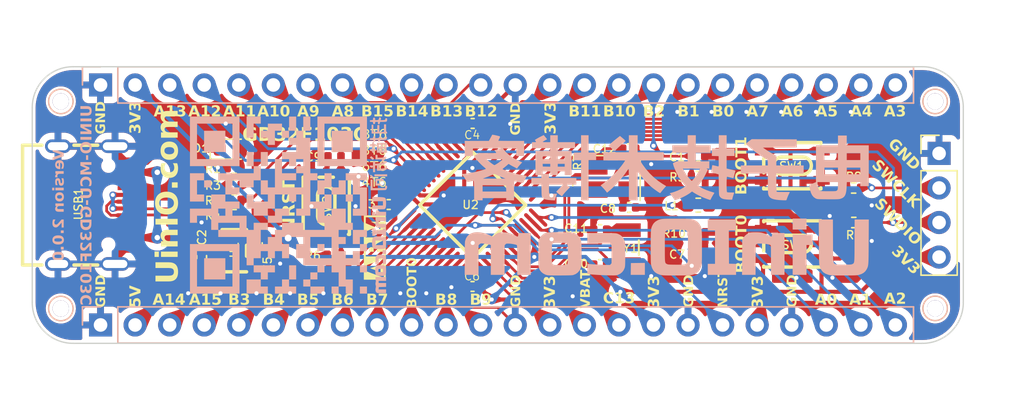
<source format=kicad_pcb>
(kicad_pcb (version 20221018) (generator pcbnew)
  (title_block (title "UINIO-MCU-GD32F103C") (date "2023-06-28") (rev "Version 2.0.0") (company "电子技术博客 UinIO.com"))
  (layers (0 "F.Cu" signal) (31 "B.Cu" signal) (34 "B.Paste" user) (35 "F.Paste" user) (36 "B.SilkS" user "B.Silkscreen") (37 "F.SilkS" user "F.Silkscreen") (38 "B.Mask" user) (39 "F.Mask" user) (44 "Edge.Cuts" user))
  (net 0 "")
  (net 1 "GND")
  (net 2 "/PB2{slash}BOOT1")
  (net 3 "/VDD_5V")
  (net 4 "/VDD_3.3V")
  (net 5 "/BOOT0")
  (net 6 "Net-(C8-Pad2)")
  (net 7 "/NRST")
  (net 8 "Net-(U2-PC14_OSC32_IN)")
  (net 9 "Net-(U2-PC15_OSC32_OUT)")
  (net 10 "Net-(C12-Pad2)")
  (net 11 "Net-(D1-A)")
  (net 12 "/PA13{slash}SWDIO")
  (net 13 "/PA12")
  (net 14 "/PA11")
  (net 15 "/PA10")
  (net 16 "/PA9")
  (net 17 "/PA8")
  (net 18 "/PB15")
  (net 19 "/PB14")
  (net 20 "/PB13")
  (net 21 "/PB12")
  (net 22 "/PB11")
  (net 23 "/PB10")
  (net 24 "/PB1")
  (net 25 "/PB0")
  (net 26 "/PA7")
  (net 27 "/PA6")
  (net 28 "/PA5")
  (net 29 "/PA4")
  (net 30 "/PA3")
  (net 31 "/PA14{slash}SWCLK")
  (net 32 "/PA15")
  (net 33 "/PB3")
  (net 34 "/PB4")
  (net 35 "/PB5")
  (net 36 "/PB6")
  (net 37 "/PB7")
  (net 38 "/PB8")
  (net 39 "/PB9")
  (net 40 "/VBAT")
  (net 41 "/PC13")
  (net 42 "/PA0")
  (net 43 "/PA1")
  (net 44 "/PA2")
  (net 45 "Net-(U2-VSSA)")
  (net 46 "/USB_Data+")
  (net 47 "/USB_Data-")
  (net 48 "Net-(U2-PD0_OSC_IN)")
  (net 49 "Net-(U2-PD1_OSC_OUT)")
  (footprint "Resistor_SMD:R_0402_1005Metric" (layer "F.Cu") (at 132.14906 97.12213 180)
    (fp_text reference "R1")
    (fp_text value "2K")
  )
  (footprint "Capacitor_SMD:C_0402_1005Metric" (layer "F.Cu") (at 166.25906 103.39713 180)
    (fp_text reference "C7")
    (fp_text value "0.1uF")
  )
  (footprint "Resistor_SMD:R_0402_1005Metric" (layer "F.Cu") (at 177.67906 98.58213)
    (fp_text reference "R8")
    (fp_text value "10K")
  )
  (footprint "Uinio:KEY-SMD_4P-L4.2-W3.4-P2.15-LS4.7" (layer "F.Cu") (at 138.91906 99.89213 -90)
    (fp_text reference "SW2")
    (fp_text value "NRST")
  )
  (footprint "Uinio:CRYSTAL-FC135-32.768" (layer "F.Cu") (at 161.12906 102.93213 -90)
    (fp_text reference "Y1")
    (fp_text value "32.768KHz")
  )
  (footprint "Uinio:SOT-23-5_L3.0-W1.7-P0.95-LS2.8-BR" (layer "F.Cu") (at 132.15906 103.19613 180)
    (fp_text reference "U1")
    (fp_text value "ME6211C33M5G-N")
  )
  (footprint "Capacitor_SMD:C_0402_1005Metric" (layer "F.Cu") (at 159.04906 101.64213)
    (fp_text reference "C11")
    (fp_text value "10pF")
  )
  (footprint "LED_SMD:LED_0603_1608Metric" (layer "F.Cu") (at 131.86906 95.73213)
    (fp_text reference "D1")
    (fp_text value "LED_Red")
  )
  (footprint "Uinio:KEY-SMD_4P-L4.2-W3.4-P2.15-LS4.7" (layer "F.Cu") (at 173.16906 102.69713)
    (fp_text reference "SW3")
    (fp_text value "BOOT0")
  )
  (footprint "Connector_PinHeader_2.54mm:PinHeader_1x04_P2.54mm_Vertical" (layer "F.Cu") (at 183.95906 96.04213)
    (fp_text reference "J3" hide)
    (fp_text value "Conn_01x04_Pin")
  )
  (footprint "Capacitor_SMD:C_0402_1005Metric" (layer "F.Cu") (at 129.75906 103.66213 -90)
    (fp_text reference "C2")
    (fp_text value "1uF")
  )
  (footprint "Resistor_SMD:R_0402_1005Metric" (layer "F.Cu") (at 166.25906 101.84713)
    (fp_text reference "R10")
    (fp_text value "10K")
  )
  (footprint "Uinio:Hole-1mm" (layer "F.Cu") (at 119.40906 92.22213 180)
    (fp_text reference "HOLE**" hide)
    (fp_text value "Hole-1mm" hide)
  )
  (footprint "Resistor_SMD:R_0402_1005Metric" (layer "F.Cu") (at 132.14906 100.55213)
    (fp_text reference "R4")
    (fp_text value "1.5K")
  )
  (footprint "Uinio:Hole-1mm" (layer "F.Cu") (at 183.66906 92.22213 180)
    (fp_text reference "HOLE**" hide)
    (fp_text value "Hole-1mm" hide)
  )
  (footprint "Uinio:Hole-1mm" (layer "F.Cu") (at 183.66906 107.43213 180)
    (fp_text reference "HOLE**" hide)
    (fp_text value "Hole-1mm" hide)
  )
  (footprint "Capacitor_SMD:C_0402_1005Metric" (layer "F.Cu") (at 149.67906 93.84213 180)
    (fp_text reference "C4")
    (fp_text value "0.1uF")
  )
  (footprint "Capacitor_SMD:C_0402_1005Metric" (layer "F.Cu") (at 159.04906 104.21213)
    (fp_text reference "C10")
    (fp_text value "10pF")
  )
  (footprint "Uinio:USB-C-SMD_TYPEC-304J-BCP16" (layer "F.Cu") (at 121.67906 99.84213 -90)
    (fp_text reference "USB1")
    (fp_text value "USB_Type_C_16Pin")
  )
  (footprint "Capacitor_SMD:C_0402_1005Metric" (layer "F.Cu") (at 134.56906 102.72213 90)
    (fp_text reference "C5")
    (fp_text value "1uF")
  )
  (footprint "Resistor_SMD:R_0402_1005Metric" (layer "F.Cu") (at 177.68906 101.12213 180)
    (fp_text reference "R9")
    (fp_text value "10K")
  )
  (footprint "Crystal:Crystal_SMD_3225-4Pin_3.2x2.5mm" (layer "F.Cu") (at 159.98906 97.85213 180)
    (fp_text reference "Y2" hide)
    (fp_text value "8MHz")
  )
  (footprint "Resistor_SMD:R_0402_1005Metric" (layer "F.Cu") (at 166.25906 97.74713)
    (fp_text reference "R5")
    (fp_text value "10K")
  )
  (footprint "Capacitor_SMD:C_0402_1005Metric" (layer "F.Cu") (at 149.66906 105.82213)
    (fp_text reference "C6")
    (fp_text value "0.1uF")
  )
  (footprint "Resistor_SMD:R_0402_1005Metric" (layer "F.Cu") (at 157.41906 98.27213 90)
    (fp_text reference "R7")
    (fp_text value "1M")
  )
  (footprint "Uinio:TQFP-48_L7.0-W7.0-P0.50-LS9.0-BL" (layer "F.Cu") (at 149.67906 99.83713 45)
    (fp_text reference "U2")
    (fp_text value "GD32F103C8T6")
  )
  (footprint "Capacitor_SMD:C_0402_1005Metric" (layer "F.Cu") (at 161.17906 100.01213 180)
    (fp_text reference "C8")
    (fp_text value "20pF")
  )
  (footprint "Uinio:Hole-1mm" (layer "F.Cu") (at 119.40906 107.44213 180)
    (fp_text reference "HOLE**" hide)
    (fp_text value "Hole-1mm" hide)
  )
  (footprint "Resistor_SMD:R_0402_1005Metric" (layer "F.Cu") (at 132.14906 98.37213 180)
    (fp_text reference "R3")
    (fp_text value "50R")
  )
  (footprint "Resistor_SMD:R_0402_1005Metric" (layer "F.Cu") (at 132.14906 99.46213 180)
    (fp_text reference "R2")
    (fp_text value "50R")
  )
  (footprint "Capacitor_SMD:C_0402_1005Metric" (layer "F.Cu") (at 166.25906 96.24713 180)
    (fp_text reference "C1")
    (fp_text value "0.1uF")
  )
  (footprint "Inductor_SMD:L_0603_1608Metric" (layer "F.Cu") (at 166.25906 99.84713 180)
    (fp_text reference "L1")
    (fp_text value "1KΩ 100Mhz")
  )
  (footprint "Capacitor_SMD:C_0402_1005Metric" (layer "F.Cu") (at 139.51906 96.25213 180)
    (fp_text reference "C9")
    (fp_text value "0.1uF")
  )
  (footprint "Capacitor_SMD:C_0402_1005Metric" (layer "F.Cu") (at 143.50906 99.80213)
    (fp_text reference "C3")
    (fp_text value "0.1uF")
  )
  (footprint "Resistor_SMD:R_0402_1005Metric" (layer "F.Cu") (at 139.49906 103.50213)
    (fp_text reference "R6")
    (fp_text value "10K")
  )
  (footprint "Capacitor_SMD:C_0402_1005Metric" (layer "F.Cu") (at 161.17906 95.69213 180)
    (fp_text reference "C12")
    (fp_text value "20pF")
  )
  (footprint "Uinio:KEY-SMD_4P-L4.2-W3.4-P2.15-LS4.7" (layer "F.Cu") (at 173.16906 96.94713 180)
    (fp_text reference "SW1")
    (fp_text value "BOOT1")
  )
  (footprint "LOGO" (layer "B.Cu") (at 136.16 99.84213 -90)
    (fp_text reference "")
    (fp_text value "LOGO" hide)
  )
  (footprint "Connector_PinHeader_2.54mm:PinHeader_1x24_P2.54mm_Vertical" (layer "B.Cu") (at 122.32906 91.01213 -90)
    (fp_text reference "J1" hide)
    (fp_text value "Conn_01x24_Pin")
  )
  (footprint "Connector_PinHeader_2.54mm:PinHeader_1x24_P2.54mm_Vertical" (layer "B.Cu") (at 122.32906 108.65213 -90)
    (fp_text reference "J2" hide)
    (fp_text value "Conn_01x24_Pin")
  )
  (footprint "LOGO" (layer "B.Cu") (at 163.861049 99.86119 180)
    (fp_text reference "")
    (fp_text value "LOGO" hide)
  )
  (gr_arc (start 185.73906 107.00213) (mid 184.86038 109.12345) (end 182.73906 110.00213) (stroke (width 0.1)) (layer "Edge.Cuts"))
  (gr_arc (start 182.73906 89.67213) (mid 184.86038 90.55081) (end 185.73906 92.67213) (stroke (width 0.1)) (layer "Edge.Cuts"))
  (gr_arc (start 117.30906 92.67213) (mid 118.18774 90.55081) (end 120.30906 89.67213) (stroke (width 0.1)) (layer "Edge.Cuts"))
  (gr_arc (start 120.30906 110.00213) (mid 118.18774 109.12345) (end 117.30906 107.00213) (stroke (width 0.1)) (layer "Edge.Cuts"))
  (gr_line (start 120.30906 89.67213) (end 182.73906 89.67213) (stroke (width 0.1)) (layer "Edge.Cuts"))
  (gr_line (start 182.73906 110.00213) (end 120.30906 110.00213) (stroke (width 0.1)) (layer "Edge.Cuts"))
  (gr_line (start 185.73906 92.67213) (end 185.73906 107.00213) (stroke (width 0.1)) (layer "Edge.Cuts"))
  (gr_line (start 117.30906 107.00213) (end 117.30906 92.67213) (stroke (width 0.1)) (layer "Edge.Cuts"))
  (gr_text "UINIO-MCU-GD32F103C" (at 121.32906 99.84213 90) (layer "B.SilkS") (effects (font (size 0.8 0.8) (thickness 0.15) bold) (justify mirror)))
  (gr_text "Version 2.0.0" (at 119.28906 99.84213 90) (layer "B.SilkS") (effects (font (size 0.8 0.8) (thickness 0.1) bold) (justify mirror)))
  (gr_text "A2" (at 180.72906 106.76213) (layer "F.SilkS") (effects (font (size 0.8 0.8) (thickness 0.1) bold)))
  (gr_text "BT6\n8T6\n6T6\n4T6" (at 142.44 96.44) (layer "F.SilkS") (effects (font (size 0.7 0.7) (thickness 0.1))))
  (gr_text "GND" (at 165.58906 106.167795 90) (layer "F.SilkS") (effects (font (size 0.7 0.7) (thickness 0.1) bold)))
  (gr_text "GND" (at 152.86 93.50238 90) (layer "F.SilkS") (effects (font (size 0.7 0.7) (thickness 0.1) bold)))
  (gr_text "B9" (at 150.26906 106.83) (layer "F.SilkS") (effects (font (size 0.8 0.8) (thickness 0.1) bold)))
  (gr_text "B4" (at 135.06 106.83) (layer "F.SilkS") (effects (font (size 0.8 0.8) (thickness 0.1) bold)))
  (gr_text "A3" (at 180.71906 92.99) (layer "F.SilkS") (effects (font (size 0.8 0.8) (thickness 0.1) bold)))
  (gr_text "VBAT" (at 157.99906 106.017341 90) (layer "F.SilkS") (effects (font (size 0.7 0.7) (thickness 0.1) bold)))
  (gr_text "BOOT0" (at 169.45906 102.69713 90) (layer "F.SilkS") (effects (font (size 0.8 0.8) (thickness 0.15) bold)))
  (gr_text "B5" (at 137.57906 106.83) (layer "F.SilkS") (effects (font (size 0.8 0.8) (thickness 0.1) bold)))
  (gr_text "3V3" (at 170.66906 106.230175 90) (layer "F.SilkS") (effects (font (size 0.8 0.8) (thickness 0.1) bold)))
  (gr_text "A12" (at 129.99 92.99) (layer "F.SilkS") (effects (font (size 0.8 0.8) (thickness 0.1) bold)))
  (gr_text "B14" (at 145.21906 92.99) (layer "F.SilkS") (effects (font (size 0.8 0.8) (thickness 0.1) bold)))
  (gr_text "GD32F103C" (at 137.32 94.71) (layer "F.SilkS") (effects (font (size 1 1) (thickness 0.14) bold)))
  (gr_text "A5" (at 175.69906 92.99) (layer "F.SilkS") (effects (font (size 0.8 0.8) (thickness 0.1) bold)))
  (gr_text "B1" (at 165.53906 92.99) (layer "F.SilkS") (effects (font (size 0.8 0.8) (thickness 0.1) bold)))
  (gr_text "A11" (at 132.55 92.99) (layer "F.SilkS") (effects (font (size 0.8 0.8) (thickness 0.1) bold)))
  (gr_text "GND" (at 181.37 96.14 -45) (layer "F.SilkS") (effects (font (size 0.8 0.8) (thickness 0.12) bold)))
  (gr_text "SWCLK" (at 180.76 98.29 -45) (layer "F.SilkS") (effects (font (size 0.8 0.8) (thickness 0.12) bold)))
  (gr_text "A0" (at 175.64906 106.83) (layer "F.SilkS") (effects (font (size 0.8 0.8) (thickness 0.1) bold)))
  (gr_text "A14" (at 127.35906 106.83) (layer "F.SilkS") (effects (font (size 0.8 0.8) (thickness 0.1) bold)))
  (gr_text "3V3" (at 163.03906 106.230175 90) (layer "F.SilkS") (effects (font (size 0.8 0.8) (thickness 0.1) bold)))
  (gr_text "A4" (at 178.23906 92.99) (layer "F.SilkS") (effects (font (size 0.8 0.8) (thickness 0.1) bold)))
  (gr_text "ARM" (at 143.37 105.19 90) (layer "F.SilkS" knockout) (effects (font (size 1.3 1.3) (thickness 0.25) bold) (justify left bottom)))
  (gr_text "B0" (at 168.07906 92.99) (layer "F.SilkS") (effects (font (size 0.8 0.8) (thickness 0.1) bold)))
  (gr_text "A7" (at 170.61906 92.99) (layer "F.SilkS") (effects (font (size 0.8 0.8) (thickness 0.1) bold)))
  (gr_text "BOOT1" (at 169.45906 96.94713 90) (layer "F.SilkS") (effects (font (size 0.8 0.8) (thickness 0.15) bold)))
  (gr_text "A15" (at 130.02906 106.83) (layer "F.SilkS") (effects (font (size 0.8 0.8) (thickness 0.1) bold)))
  (gr_text "A13" (at 127.43906 92.99) (layer "F.SilkS") (effects (font (size 0.8 0.8) (thickness 0.1) bold)))
  (gr_text "B6" (at 140.11906 106.83) (layer "F.SilkS") (effects (font (size 0.8 0.8) (thickness 0.1) bold)))
  (gr_text "GND" (at 122.37 106.167795 90) (layer "F.SilkS") (effects (font (size 0.7 0.7) (thickness 0.1) bold)))
  (gr_text "A1" (at 178.16906 106.83) (layer "F.SilkS") (effects (font (size 0.8 0.8) (thickness 0.1) bold)))
  (gr_text "GND" (at 173.17906 106.167795 90) (layer "F.SilkS") (effects (font (size 0.7 0.7) (thickness 0.1) bold)))
  (gr_text "B12" (at 150.29906 92.99) (layer "F.SilkS") (effects (font (size 0.8 0.8) (thickness 0.1) bold)))
  (gr_text "3V3" (at 124.92906 93.4 90) (layer "F.SilkS") (effects (font (size 0.8 0.8) (thickness 0.1) bold)))
  (gr_text "B7" (at 142.65906 106.83) (layer "F.SilkS") (effects (font (size 0.8 0.8) (thickness 0.1) bold)))
  (gr_text "B13" (at 147.75906 92.99) (layer "F.SilkS") (effects (font (size 0.8 0.8) (thickness 0.1) bold)))
  (gr_text "A8" (at 140.13906 92.99) (layer "F.SilkS") (effects (font (size 0.8 0.8) (thickness 0.1) bold)))
  (gr_text "B10" (at 160.45906 92.99) (layer "F.SilkS") (effects (font (size 0.8 0.8) (thickness 0.1) bold)))
  (gr_text "BOOT0" (at 145.24906 105.568374 90) (layer "F.SilkS") (effects (font (size 0.7 0.7) (thickness 0.1) bold)))
  (gr_text "B8" (at 147.72906 106.83) (layer "F.SilkS") (effects (font (size 0.8 0.8) (thickness 0.1) bold)))
  (gr_text "UinIO.com" (at 128.26906 105.657063 90) (layer "F.SilkS") (effects (font (size 1.6 1.6) (thickness 0.3) bold) (justify left bottom)))
  (gr_text "3V3" (at 155.38906 106.230175 90) (layer "F.SilkS") (effects (font (size 0.8 0.8) (thickness 0.1) bold)))
  (gr_text "5V" (at 124.92906 106.56 90) (layer "F.SilkS") (effects (font (size 0.8 0.8) (thickness 0.1) bold)))
  (gr_text "A9" (at 137.59906 92.99) (layer "F.SilkS") (effects (font (size 0.8 0.8) (thickness 0.1) bold)))
  (gr_text "C13" (at 160.43906 106.72213) (layer "F.SilkS") (effects (font (size 0.8 0.8) (thickness 0.1) bold)))
  (gr_text "A10" (at 135.06 92.99) (layer "F.SilkS") (effects (font (size 0.8 0.8) (thickness 0.1) bold)))
  (gr_text "NRST" (at 136.22 99.89213 90) (layer "F.SilkS") (effects (font (size 0.9 0.9) (thickness 0.15) bold)))
  (gr_text "GND" (at 152.87906 106.167795 90) (layer "F.SilkS") (effects (font (size 0.7 0.7) (thickness 0.1) bold)))
  (gr_text "B11" (at 157.91906 92.99) (layer "F.SilkS") (effects (font (size 0.8 0.8) (thickness 0.1) bold)))
  (gr_text "B15" (at 142.67906 92.99) (layer "F.SilkS") (effects (font (size 0.8 0.8) (thickness 0.1) bold)))
  (gr_text "3V3" (at 155.44 93.44 90) (layer "F.SilkS") (effects (font (size 0.8 0.8) (thickness 0.1) bold)))
  (gr_text "SWDIO" (at 180.91 101.086666 -45) (layer "F.SilkS") (effects (font (size 0.8 0.8) (thickness 0.12) bold)))
  (gr_text "A6" (at 173.15906 92.99) (layer "F.SilkS") (effects (font (size 0.8 0.8) (thickness 0.1) bold)))
  (gr_text "B2" (at 162.99906 92.99) (layer "F.SilkS") (effects (font (size 0.8 0.8) (thickness 0.1) bold)))
  (gr_text "GND" (at 122.37 93.42213 90) (layer "F.SilkS") (effects (font (size 0.7 0.7) (thickness 0.1) bold)))
  (gr_text "NRST" (at 168.09906 105.942115 90) (layer "F.SilkS") (effects (font (size 0.7 0.7) (thickness 0.1) bold)))
  (gr_text "3V3" (at 181.5 103.91 -45) (layer "F.SilkS") (effects (font (size 0.8 0.8) (thickness 0.12) bold)))
  (gr_text "B3" (at 132.52 106.83) (layer "F.SilkS") (effects (font (size 0.8 0.8) (thickness 0.1) bold)))
  (segment (start 158.86906 105.06213) (end 162.79906 105.06213) (width 0.3) (layer "F.Cu") (net 1))
  (segment (start 125.69906 96.64213) (end 124.16006 96.64213) (width 0.5) (layer "F.Cu") (net 1))
  (segment (start 145.224287 98.539338) (end 145.216268 98.539338) (width 0.3) (layer "F.Cu") (net 1))
  (segment (start 147.60906 105.37213) (end 147.60906 105.064111) (width 0.2) (layer "F.Cu") (net 1))
  (segment (start 149.59906 107.36213) (end 151.51906 107.36213) (width 0.2) (layer "F.Cu") (net 1))
  (segment (start 162.80906 100.79213) (end 162.76906 100.75213) (width 0.3) (layer "F.Cu") (net 1))
  (segment (start 147.60906 105.064111) (end 148.406268 104.266903) (width 0.2) (layer "F.Cu") (net 1))
  (segment (start 162.76906 100.75213) (end 158.87906 100.75213) (width 0.3) (layer "F.Cu") (net 1))
  (segment (start 150.953833 95.357357) (end 150.951852 95.357357) (width 0.3) (layer "F.Cu") (net 1))
  (segment (start 162.80906 100.01213) (end 161.65906 100.01213) (width 0.3) (layer "F.Cu") (net 1))
  (segment (start 150.15906 93.65213) (end 152.79906 91.01213) (width 0.3) (layer "F.Cu") (net 1))
  (segment (start 149.65906 97.11213) (end 149.65906 96.65213) (width 0.2) (layer "F.Cu") (net 1))
  (segment (start 131.08156 95.73213) (end 126.60906 95.73213) (width 0.5) (layer "F.Cu") (net 1))
  (segment (start 145.81856 99.13163) (end 145.226268 98.539338) (width 0.3) (layer "F.Cu") (net 1))
  (segment (start 150.15906 93.77213) (end 150.15906 93.65213) (width 0.3) (layer "F.Cu") (net 1))
  (segment (start 149.67906 103.00213) (end 148.416268 104.264922) (width 0.2) (layer "F.Cu") (net 1))
  (segment (start 149.65906 96.65213) (end 150.951852 95.359338) (width 0.2) (layer "F.Cu") (net 1))
  (segment (start 143.02906 98.23213) (end 143.02906 99.80213) (width 0.3) (layer "F.Cu") (net 1))
  (segment (start 162.80906 96.84213) (end 162.80906 100.69213) (width 0.3) (layer "F.Cu") (net 1))
  (segment (start 162.80906 105.05213) (end 162.80906 100.79213) (width 0.3) (layer "F.Cu") (net 1))
  (segment (start 119.19806 104.16713) (end 123.39806 104.16713) (width 0.5) (layer "F.Cu") (net 1))
  (segment (start 145.216268 98.539338) (end 144.29906 97.62213) (width 0.3) (layer "F.Cu") (net 1))
  (segment (start 126.60906 95.73213) (end 125.69906 96.64213) (width 0.5) (layer "F.Cu") (net 1))
  (segment (start 162.79906 96.83213) (end 162.80906 96.84213) (width 0.3) (layer "F.Cu") (net 1))
  (segment (start 147.54906 99.13163) (end 145.81856 99.13163) (width 0.3) (layer "F.Cu") (net 1))
  (segment (start 158.56906 101.06213) (end 158.56906 101.64213) (width 0.3) (layer "F.Cu") (net 1))
  (segment (start 162.79906 105.06213) (end 162.80906 105.05213) (width 0.3) (layer "F.Cu") (net 1))
  (segment (start 162.80906 100.69213) (end 162.80906 100.01213) (width 0.3) (layer "F.Cu") (net 1))
  (segment (start 151.51906 107.36213) (end 152.80906 108.65213) (width 0.2) (layer "F.Cu") (net 1))
  (segment (start 158.87906 100.75213) (end 158.56906 101.06213) (width 0.3) (layer "F.Cu") (net 1))
  (segment (start 119.19806 95.51713) (end 119.19806 104.16713) (width 0.5) (layer "F.Cu") (net 1))
  (segment (start 148.11406 105.87713) (end 147.60906 105.37213) (width 0.2) (layer "F.Cu") (net 1))
  (segment (start 123.39806 104.16713) (end 123.39806 103.80413) (width 0.5) (layer "F.Cu") (net 1))
  (segment (start 152.43906 93.87213) (end 150.953833 95.357357) (width 0.3) (layer "F.Cu") (net 1))
  (segment (start 158.55906 104.22213) (end 158.55906 104.75213) (width 0.3) (layer "F.Cu") (net 1))
  (segment (start 123.39806 103.80413) (end 124.16006 103.04213) (width 0.5) (layer "F.Cu") (net 1))
  (segment (start 158.55906 104.75213) (end 158.86906 105.06213) (width 0.3) (layer "F.Cu") (net 1))
  (segment (start 143.63906 97.62213) (end 143.02906 98.23213) (width 0.3) (layer "F.Cu") (net 1))
  (segment (start 149.67906 102.62213) (end 149.67906 103.00213) (width 0.2) (layer "F.Cu") (net 1))
  (segment (start 123.39806 95.88113) (end 123.39806 95.51713) (width 0.5) (layer "F.Cu") (net 1))
  (segment (start 162.79906 96.83213) (end 161.65906 95.69213) (width 0.3) (layer "F.Cu") (net 1))
  (segment (start 144.29906 97.62213) (end 143.63906 97.62213) (width 0.3) (layer "F.Cu") (net 1))
  (segment (start 134.58906 103.20213) (end 135.52906 104.14213) (width 0.2) (layer "F.Cu") (net 1))
  (segment (start 130.85906 103.19613) (end 129.77306 103.19613) (width 0.2) (layer "F.Cu") (net 1))
  (segment (start 149.13406 105.87713) (end 148.11406 105.87713) (width 0.3) (layer "F.Cu") (net 1))
  (segment (start 148.11406 105.87713) (end 149.59906 107.36213) (width 0.2) (layer "F.Cu") (net 1))
  (segment (start 124.15906 96.64213) (end 123.39806 95.88113) (width 0.5) (layer "F.Cu") (net 1))
  (segment (start 166.73906 105.06213) (end 162.79906 105.06213) (width 0.3) (layer "F.Cu") (net 1))
  (segment (start 123.39806 95.51713) (end 119.19806 95.51713) (width 0.5) (layer "F.Cu") (net 1))
  (segment (start 162.80906 100.79213) (end 162.80906 100.69213) (width 0.3) (layer "F.Cu") (net 1))
  (via (at 141.06906 99.92213) (size 0.7) (drill 0.3) (layers "F.Cu" "B.Cu") (net 1))
  (via (at 138.70906 106.32213) (size 0.5) (drill 0.3) (layers "F.Cu" "B.Cu") (net 1))
  (via (at 179.00906 102.476836) (size 0.5) (drill 0.3) (layers "F.Cu" "B.Cu") (net 1))
  (via (at 131.14906 106.32213) (size 0.5) (drill 0.3) (layers "F.Cu" "B.Cu") (net 1))
  (via (at 176.11906 105.18213) (size 0.5) (drill 0.3) (layers "F.Cu" "B.Cu") (net 1))
  (via (at 149.65906 97.11213) (size 0.7) (drill 0.3) (layers "F.Cu" "B.Cu") (net 1))
  (via (at 131.52906 93.85213) (size 0.5) (drill 0.3) (layers "F.Cu" "B.Cu") (net 1))
  (via (at 152.43906 93.87213) (size 0.5) (drill 0.3) (layers "F.Cu" "B.Cu") (net 1))
  (via (at 136.25906 106.32213) (size 0.5) (drill 0.3) (layers "F.Cu" "B.Cu") (net 1))
  (via (at 135.52906 104.14213) (size 0.5) (drill 0.3) (layers "F.Cu" "B.Cu") (net 1))
  (via (at 129.75306 101.11213) (size 0.5) (drill 0.3) (layers "F.Cu" "B.Cu") (net 1))
  (via (at 167.23906 92.99213) (size 0.5) (drill 0.3) (layers "F.Cu" "B.Cu") (net 1))
  (via (at 164.71906 92.99213) (size 0.5) (drill 0.3) (layers "F.Cu" "B.Cu") (net 1))
  (via (at 149.67906 102.62213) (size 0.7) (drill 0.3) (layers "F.Cu" "B.Cu") (net 1))
  (via (at 173.46906 105.18213) (size 0.5) (drill 0.3) (layers "F.Cu" "B.Cu") (net 1))
  (via (at 157.02906 106.54213) (size 0.5) (drill 0.3) (layers "F.Cu" "B.Cu") (net 1))
  (via (at 177.46906 92.99213) (size 0.5) (drill 0.3) (layers "F.Cu" "B.Cu") (net 1))
  (via (at 128.76906 106.32213) (size 0.5) (drill 0.3) (layers "F.Cu" "B.Cu") (net 1))
  (via (at 137.82906 99.92213) (size 0.7) (drill 0.3) (layers "F.Cu" "B.Cu") (net 1))
  (via (at 162.79906 96.83213) (size 0.7) (drill 0.3) (layers "F.Cu" "B.Cu") (net 1))
  (via (at 169.79656 92.99213) (size 0.5) (drill 0.3) (layers "F.Cu" "B.Cu") (net 1))
  (via (at 144.35906 106.32213) (size 0.5) (drill 0.3) (layers "F.Cu" "B.Cu") (net 1))
  (via (at 172.35406 92.99213) (size 0.5) (drill 0.3) (layers "F.Cu" "B.Cu") (net 1))
  (via (at 148.11406 105.87713) (size 0.7) (drill 0.3) (layers "F.Cu" "B.Cu") (net 1))
  (via (at 166.73906 105.06213) (size 0.7) (drill 0.3) (layers "F.Cu" "B.Cu") (net 1))
  (via (at 146.26906 106.32213) (size 0.5) (drill 0.3) (layers "F.Cu" "B.Cu") (net 1))
  (via (at 179.00906 99.86213) (size 0.5) (drill 0.3) (layers "F.Cu" "B.Cu") (net 1))
  (via (at 162.79906 105.06213) (size 0.7) (drill 0.3) (layers "F.Cu" "B.Cu") (net 1))
  (via (at 155.46906 99.13213) (size 0.7) (drill 0.3) (layers "F.Cu" "B.Cu") (net 1))
  (via (at 147.54906 99.13163) (size 0.7) (drill 0.3) (layers "F.Cu" "B.Cu") (net 1))
  (via (at 175.91906 100.64213) (size 0.5) (drill 0.3) (layers "F.Cu" "B.Cu") (net 1))
  (via (at 143.02906 98.23213) (size 0.7) (drill 0.3) (layers "F.Cu" "B.Cu") (net 1))
  (via (at 174.91156 92.99213) (size 0.5) (drill 0.3) (layers "F.Cu" "B.Cu") (net 1))
  (via (at 133.78906 106.32213) (size 0.5) (drill 0.3) (layers "F.Cu" "B.Cu") (net 1))
  (segment (start 155.46906 99.13213) (end 147.54956 99.13213) (width 0.3) (layer "B.Cu") (net 1))
  (segment (start 144.14906 97.11213) (end 143.02906 98.23213) (width 0.3) (layer "B.Cu") (net 1))
  (segment (start 147.54956 99.13213) (end 147.54906 99.13163) (width 0.2) (layer "B.Cu") (net 1))
  (segment (start 141.06906 101.11213) (end 141.06906 99.92213) (width 0.3) (layer "B.Cu") (net 1))
  (segment (start 141.06906 99.92213) (end 137.82906 99.92213) (width 0.5) (layer "B.Cu") (net 1))
  (segment (start 142.57906 102.62213) (end 141.06906 101.11213) (width 0.3) (layer "B.Cu") (net 1))
  (segment (start 149.67906 102.62213) (end 142.57906 102.62213) (width 0.3) (layer "B.Cu") (net 1))
  (segment (start 149.65906 97.11213) (end 144.14906 97.11213) (width 0.3) (layer "B.Cu") (net 1))
  (segment (start 152.012512 96.408678) (end 155.49906 92.92213) (width 0.2) (layer "F.Cu") (net 2))
  (segment (start 161.05906 92.92213) (end 162.96906 91.01213) (width 0.2) (layer "F.Cu") (net 2))
  (segment (start 155.49906 92.92213) (end 161.05906 92.92213) (width 0.2) (layer "F.Cu") (net 2))
  (segment (start 162.96906 95.48163) (end 163.73456 96.24713) (width 0.2) (layer "F.Cu") (net 2))
  (segment (start 165.77906 96.24713) (end 165.77906 97.71713) (width 0.2) (layer "F.Cu") (net 2))
  (segment (start 163.73456 96.24713) (end 165.77906 96.24713) (width 0.2) (layer "F.Cu") (net 2))
  (via (at 162.96906 95.48163) (size 0.5) (drill 0.3) (layers "F.Cu" "B.Cu") (net 2))
  (segment (start 162.96906 95.48163) (end 162.96906 91.01213) (width 0.2) (layer "B.Cu") (net 2))
  (segment (start 126.49906 97.43213) (end 124.16506 97.43213) (width 0.5) (layer "F.Cu") (net 3))
  (segment (start 129.37906 104.14213) (end 124.86906 108.65213) (width 0.5) (layer "F.Cu") (net 3))
  (segment (start 129.75906 104.14213) (end 130.85506 104.14213) (width 0.5) (layer "F.Cu") (net 3))
  (segment (start 132.15906 103.82213) (end 132.15906 102.55213) (width 0.5) (layer "F.Cu") (net 3))
  (segment (start 131.85306 102.24613) (end 130.85906 102.24613) (width 0.5) (layer "F.Cu") (net 3))
  (segment (start 129.75906 104.14213) (end 129.37906 104.14213) (width 0.5) (layer "F.Cu") (net 3))
  (segment (start 126.49906 102.23213) (end 130.84506 102.23213) (width 0.5) (layer "F.Cu") (net 3))
  (segment (start 131.83506 104.14613) (end 132.15906 103.82213) (width 0.5) (layer "F.Cu") (net 3))
  (segment (start 124.16506 102.23213) (end 126.49906 102.23213) (width 0.5) (layer "F.Cu") (net 3))
  (segment (start 132.15906 102.55213) (end 131.85306 102.24613) (width 0.5) (layer "F.Cu") (net 3))
  (segment (start 130.85906 104.14613) (end 131.83506 104.14613) (width 0.5) (layer "F.Cu") (net 3))
  (via (at 126.49906 97.43213) (size 0.9) (drill 0.4) (layers "F.Cu" "B.Cu") (net 3))
  (via (at 126.49906 102.23213) (size 0.9) (drill 0.4) (layers "F.Cu" "B.Cu") (net 3))
  (segment (start 126.49906 97.45213) (end 126.49906 102.23213) (width 0.5) (layer "B.Cu") (net 3))
  (segment (start 134.56906 102.24213) (end 136.09906 102.24213) (width 0.4) (layer "F.Cu") (net 4))
  (segment (start 175.31906 95.87213) (end 171.01906 95.87213) (width 0.3) (layer "F.Cu") (net 4))
  (segment (start 133.45906 101.59213) (end 133.19906 101.33213) (width 0.3) (layer "F.Cu") (net 4))
  (segment (start 175.27406 106.21713) (end 160.53406 106.21713) (width 0.3) (layer "F.Cu") (net 4))
  (segment (start 130.94906 97.08213) (end 131.59906 97.08213) (width 0.3) (layer "F.Cu") (net 4))
  (segment (start 150.445734 95.028804) (end 150.598299 95.028804) (width 0.3) (layer "F.Cu") (net 4))
  (segment (start 173.03906 99.22213) (end 173.69906 99.88213) (width 0.3) (layer "F.Cu") (net 4))
  (segment (start 153.31906 92.28213) (end 154.07906 92.28213) (width 0.3) (layer "F.Cu") (net 4))
  (segment (start 145.769973 99.79213) (end 144.870734 98.892891) (width 0.3) (layer "F.Cu") (net 4))
  (segment (start 175.27406 106.21713) (end 178.22406 106.21713) (width 0.3) (layer "F.Cu") (net 4))
  (segment (start 133.45906 102.24613) (end 133.45906 101.59213) (width 0.3) (layer "F.Cu") (net 4))
  (segment (start 133.19906 101.33213) (end 131.90906 101.33213) (width 0.3) (layer "F.Cu") (net 4))
  (segment (start 153.47906 106.78213) (end 151.07906 106.78213) (width 0.3) (layer "F.Cu") (net 4))
  (segment (start 149.05906 99.10213) (end 148.36906 99.79213) (width 0.3) (layer "F.Cu") (net 4))
  (segment (start 175.31906 95.87213) (end 173.03906 95.87213) (width 0.3) (layer "F.Cu") (net 4))
  (segment (start 143.98906 99.78213) (end 144.870734 98.900456) (width 0.3) (layer "F.Cu") (net 4))
  (segment (start 148.947386 104.620456) (end 148.759821 104.620456) (width 0.3) (layer "F.Cu") (net 4))
  (segment (start 150.598299 95.003804) (end 149.05906 96.543043) (width 0.3) (layer "F.Cu") (net 4))
  (segment (start 148.36906 99.79213) (end 145.769973 99.79213) (width 0.3) (layer "F.Cu") (net 4))
  (segment (start 154.20906 103.65213) (end 154.20906 102.574363) (width 0.3) (layer "F.Cu") (net 4))
  (segment (start 153.47906 106.78213) (end 155.34906 108.65213) (width 0.3) (layer "F.Cu") (net 4))
  (segment (start 173.03906 95.87213) (end 173.03906 99.22213) (width 0.3) (layer "F.Cu") (net 4))
  (segment (start 175.31906 103.77213) (end 175.31906 106.17213) (width 0.3) (layer "F.Cu") (net 4))
  (segment (start 136.09906 102.24213) (end 136.11906 102.26213) (width 0.4) (layer "F.Cu") (net 4))
  (segment (start 178.22406 106.21713) (end 180.77906 103.66213) (width 0.3) (layer "F.Cu") (net 4))
  (segment (start 150.598299 95.028804) (end 150.598299 95.003804) (width 0.3) (layer "F.Cu") (net 4))
  (segment (start 140.46906 104.37213) (end 139.16906 104.37213) (width 0.3) (layer "F.Cu") (net 4))
  (segment (start 131.63906 101.06213) (end 131.63906 100.55213) (width 0.3) (layer "F.Cu") (net 4))
  (segment (start 177.17906 100.37213) (end 177.17906 101.12213) (width 0.3) (layer "F.Cu") (net 4))
  (segment (start 154.20906 102.574363) (end 153.426726 101.792029) (width 0.3) (layer "F.Cu") (net 4))
  (segment (start 144.870734 98.900456) (end 144.870734 98.892891) (width 0.3) (layer "F.Cu") (net 4))
  (segment (start 154.07906 92.28213) (end 155.34906 91.01213) (width 0.3) (layer "F.Cu") (net 4))
  (segment (start 177.17906 103.26213) (end 176.66906 103.77213) (width 0.3) (layer "F.Cu") (net 4))
  (segment (start 150.14906 105.85213) (end 151.07906 106.78213) (width 0.3) (layer "F.Cu") (net 4))
  (segment (start 150.598299 95.003804) (end 150.598299 95.002891) (width 0.3) (layer "F.Cu") (net 4))
  (segment (start 176.66906 103.77213) (end 175.31906 103.77213) (width 0.3) (layer "F.Cu") (net 4))
  (segment (start 133.45906 102.24613) (end 134.56506 102.24613) (width 0.4) (layer "F.Cu") (net 4))
  (segment (start 176.68906 99.88213) (end 177.17906 100.37213) (width 0.3) (layer "F.Cu") (net 4))
  (segment (start 180.77906 103.66213) (end 183.95406 103.66213) (width 0.3) (layer "F.Cu") (net 4))
  (segment (start 150.14906 105.82213) (end 148.947386 104.620456) (width 0.3) (layer "F.Cu") (net 4))
  (segment (start 170.58906 108.20213) (end 171.01906 107.77213) (width 0.3) (layer "F.Cu") (net 4))
  (segment (start 131.90906 101.33213) (end 131.63906 101.06213) (width 0.3) (layer "F.Cu") (net 4))
  (segment (start 139.16906 104.37213) (end 138.98906 104.19213) (width 0.3) (layer "F.Cu") (net 4))
  (segment (start 177.17906 101.12213) (end 177.17906 103.26213) (width 0.3) (layer "F.Cu") (net 4))
  (segment (start 150.598299 95.002891) (end 153.31906 92.28213) (width 0.3) (layer "F.Cu") (net 4))
  (segment (start 175.31906 106.17213) (end 175.27406 106.21713) (width 0.3) (layer "F.Cu") (net 4))
  (segment (start 149.25906 93.84213) (end 150.445734 95.028804) (width 0.3) (layer "F.Cu") (net 4))
  (segment (start 143.98906 100.85213) (end 140.46906 104.37213) (width 0.3) (layer "F.Cu") (net 4))
  (segment (start 138.98906 104.19213) (end 138.98906 103.50213) (width 0.3) (layer "F.Cu") (net 4))
  (segment (start 137.35906 103.50213) (end 136.11906 102.26213) (width 0.3) (layer "F.Cu") (net 4))
  (segment (start 149.05906 96.543043) (end 149.05906 99.10213) (width 0.3) (layer "F.Cu") (net 4))
  (segment (start 173.69906 99.88213) (end 176.68906 99.88213) (width 0.3) (layer "F.Cu") (net 4))
  (segment (start 138.98906 103.50213) (end 137.35906 103.50213) (width 0.3) (layer "F.Cu") (net 4))
  (segment (start 171.01906 107.77213) (end 171.01906 103.77213) (width 0.3) (layer "F.Cu") (net 4))
  (segment (start 143.98906 99.80213) (end 143.98906 100.85213) (width 0.3) (layer "F.Cu") (net 4))
  (via (at 151.07906 106.78213) (size 0.7) (drill 0.3) (layers "F.Cu" "B.Cu") (net 4))
  (via (at 154.20906 103.65213) (size 0.7) (drill 0.3) (layers "F.Cu" "B.Cu") (net 4))
  (via (at 130.94906 97.08213) (size 0.7) (drill 0.3) (layers "F.Cu" "B.Cu") (net 4))
  (via (at 160.53406 106.21713) (size 0.7) (drill 0.3) (layers "F.Cu" "B.Cu") (net 4))
  (via (at 136.11906 102.26213) (size 1.1) (drill 0.5) (layers "F.Cu" "B.Cu") (net 4))
  (segment (start 136.11906 102.25213) (end 136.11906 102.26213) (width 0.3) (layer "B.Cu") (net 4))
  (segment (start 157.96906 103.65213) (end 160.53406 106.21713) (width 0.3) (layer "B.Cu") (net 4))
  (segment (start 154.20906 103.65213) (end 151.07906 106.78213) (width 0.3) (layer "B.Cu") (net 4))
  (segment (start 154.20906 103.65213) (end 137.50906 103.65213) (width 0.3) (layer "B.Cu") (net 4))
  (segment (start 154.20906 103.65213) (end 157.96906 103.65213) (width 0.3) (layer "B.Cu") (net 4))
  (segment (start 130.94906 97.08213) (end 136.11906 102.25213) (width 0.3) (layer "B.Cu") (net 4))
  (segment (start 130.94906 97.08213) (end 124.87906 91.01213) (width 0.3) (layer "B.Cu") (net 4))
  (segment (start 137.50906 103.65213) (end 136.11906 102.26213) (width 0.3) (layer "B.Cu") (net 4))
  (segment (start 160.53406 106.21713) (end 162.96906 108.65213) (width 0.3) (layer "B.Cu") (net 4))
  (segment (start 152.133166 100.39213) (end 150.159721 100.39213) (width 0.2) (layer "F.Cu") (net 5))
  (segment (start 145.18906 105.362791) (end 145.18906 108.65213) (width 0.2) (layer "F.Cu") (net 5))
  (segment (start 147.345608 103.206243) (end 145.18906 105.362791) (width 0.2) (layer "F.Cu") (net 5))
  (segment (start 165.77906 103.39713) (end 165.77906 101.87713) (width 0.2) (layer "F.Cu") (net 5))
  (segment (start 165.77906 103.39713) (end 165.77906 104.30213) (width 0.2) (layer "F.Cu") (net 5))
  (segment (start 152.14856 100.376736) (end 152.133166 100.39213) (width 0.2) (layer "F.Cu") (net 5))
  (segment (start 150.159721 100.39213) (end 147.345608 103.206243) (width 0.2) (layer "F.Cu") (net 5))
  (via (at 152.14856 100.376736) (size 0.5) (drill 0.3) (layers "F.Cu" "B.Cu") (net 5))
  (via (at 165.77906 104.30213) (size 0.5) (drill 0.3) (layers "F.Cu" "B.Cu") (net 5))
  (segment (start 164.30906 102.83213) (end 165.77906 104.30213) (width 0.2) (layer "B.Cu") (net 5))
  (segment (start 152.14856 100.376736) (end 154.603954 102.83213) (width 0.2) (layer "B.Cu") (net 5))
  (segment (start 154.603954 102.83213) (end 164.30906 102.83213) (width 0.2) (layer "B.Cu") (net 5))
  (segment (start 160.69906 100.01213) (end 160.69906 99.09213) (width 0.2) (layer "F.Cu") (net 6))
  (segment (start 139.99906 103.37213) (end 139.99906 102.04713) (width 0.2) (layer "F.Cu") (net 7))
  (segment (start 139.99406 97.74213) (end 139.99406 102.04213) (width 0.2) (layer "F.Cu") (net 7))
  (segment (start 151.532235 101.325305) (end 152.706066 102.499136) (width 0.2) (layer "F.Cu") (net 7))
  (segment (start 149.862236 101.325305) (end 151.532235 101.325305) (width 0.2) (layer "F.Cu") (net 7))
  (segment (start 139.99406 97.74213) (end 139.99406 96.25713) (width 0.2) (layer "F.Cu") (net 7))
  (segment (start 139.99406 97.74213) (end 141.28906 97.74213) (width 0.2) (layer "F.Cu") (net 7))
  (via (at 141.28906 97.74213) (size 0.5) (drill 0.3) (layers "F.Cu" "B.Cu") (net 7))
  (via (at 149.862236 101.325305) (size 0.5) (drill 0.3) (layers "F.Cu" "B.Cu") (net 7))
  (segment (start 149.862236 101.325305) (end 147.785885 101.325305) (width 0.2) (layer "B.Cu") (net 7))
  (segment (start 147.785885 101.325305) (end 146.92906 102.18213) (width 0.2) (layer "B.Cu") (net 7))
  (segment (start 143.56906 102.18213) (end 142.09906 100.71213) (width 0.2) (layer "B.Cu") (net 7))
  (segment (start 152.672865 101.325305) (end 154.47969 103.13213) (width 0.2) (layer "B.Cu") (net 7))
  (segment (start 149.862236 101.325305) (end 152.672865 101.325305) (width 0.2) (layer "B.Cu") (net 7))
  (segment (start 162.52906 103.13213) (end 168.04906 108.65213) (width 0.2) (layer "B.Cu") (net 7))
  (segment (start 154.47969 103.13213) (end 162.52906 103.13213) (width 0.2) (layer "B.Cu") (net 7))
  (segment (start 146.92906 102.18213) (end 143.56906 102.18213) (width 0.2) (layer "B.Cu") (net 7))
  (segment (start 142.09906 98.55213) (end 141.28906 97.74213) (width 0.2) (layer "B.Cu") (net 7))
  (segment (start 142.09906 100.71213) (end 142.09906 98.55213) (width 0.2) (layer "B.Cu") (net 7))
  (segment (start 152.904187 105.51213) (end 151.305406 103.913349) (width 0.2) (layer "F.Cu") (net 8))
  (segment (start 157.61906 103.08213) (end 155.18906 105.51213) (width 0.2) (layer "F.Cu") (net 8))
  (segment (start 161.12906 104.18213) (end 159.55906 104.18213) (width 0.2) (layer "F.Cu") (net 8))
  (segment (start 155.18906 105.51213) (end 152.904187 105.51213) (width 0.2) (layer "F.Cu") (net 8))
  (segment (start 158.86906 103.08213) (end 157.61906 103.08213) (width 0.2) (layer "F.Cu") (net 8))
  (segment (start 159.52906 104.21213) (end 159.52906 103.74213) (width 0.2) (layer "F.Cu") (net 8))
  (segment (start 159.52906 103.74213) (end 158.86906 103.08213) (width 0.2) (layer "F.Cu") (net 8))
  (segment (start 159.52906 101.64213) (end 159.52906 102.20213) (width 0.2) (layer "F.Cu") (net 9))
  (segment (start 159.52906 102.20213) (end 158.94906 102.78213) (width 0.2) (layer "F.Cu") (net 9))
  (segment (start 155.064796 105.21213) (end 153.311293 105.21213) (width 0.2) (layer "F.Cu") (net 9))
  (segment (start 161.12906 101.68213) (end 159.56906 101.68213) (width 0.2) (layer "F.Cu") (net 9))
  (segment (start 157.494796 102.78213) (end 155.064796 105.21213) (width 0.2) (layer "F.Cu") (net 9))
  (segment (start 158.94906 102.78213) (end 157.494796 102.78213) (width 0.2) (layer "F.Cu") (net 9))
  (segment (start 153.311293 105.21213) (end 151.658959 103.559796) (width 0.2) (layer "F.Cu") (net 9))
  (segment (start 160.69906 95.69213) (end 159.33906 95.69213) (width 0.2) (layer "F.Cu") (net 10))
  (segment (start 158.88906 96.14213) (end 158.88906 97.00213) (width 0.2) (layer "F.Cu") (net 10))
  (segment (start 159.33906 95.69213) (end 158.88906 96.14213) (width 0.2) (layer "F.Cu") (net 10))
  (segment (start 132.65906 97.12213) (end 132.65906 95.73463) (width 0.3) (layer "F.Cu") (net 11))
  (segment (start 180.58906 101.12213) (end 183.95406 101.12213) (width 0.2) (layer "F.Cu") (net 12))
  (segment (start 143.94906 96.56213) (end 145.572714 98.185784) (width 0.2) (layer "F.Cu") (net 12))
  (segment (start 143.87906 96.56213) (end 143.94906 96.56213) (width 0.2) (layer "F.Cu") (net 12))
  (segment (start 178.19906 101.12213) (end 180.574378 101.12213) (width 0.2) (layer "F.Cu") (net 12))
  (segment (start 180.574378 101.12213) (end 180.581719 101.129471) (width 0.2) (layer "F.Cu") (net 12))
  (segment (start 180.581719 101.129471) (end 180.58906 101.12213) (width 0.2) (layer "F.Cu") (net 12))
  (via (at 143.85906 96.53213) (size 0.5) (drill 0.3) (layers "F.Cu" "B.Cu") (net 12))
  (via (at 180.581719 101.129471) (size 0.5) (drill 0.3) (layers "F.Cu" "B.Cu") (net 12))
  (segment (start 180.581719 101.129471) (end 180.60906 101.10213) (width 0.2) (layer "B.Cu") (net 12))
  (segment (start 179.41856 95.93163) (end 144.45956 95.93163) (width 0.2) (layer "B.Cu") (net 12))
  (segment (start 180.60906 97.12213) (end 179.41856 95.93163) (width 0.2) (layer "B.Cu") (net 12))
  (segment (start 132.96906 96.56213) (end 127.41906 91.01213) (width 0.2) (layer "B.Cu") (net 12))
  (segment (start 143.87906 96.56213) (end 132.96906 96.56213) (width 0.2) (layer "B.Cu") (net 12))
  (segment (start 180.60906 101.10213) (end 180.60906 97.12213) (width 0.2) (layer "B.Cu") (net 12))
  (segment (start 144.45956 95.93163) (end 143.85906 96.53213) (width 0.2) (layer "B.Cu") (net 12))
  (segment (start 143.870885 95.700306) (end 143.202709 95.03213) (width 0.2) (layer "F.Cu") (net 13))
  (segment (start 143.870885 95.771722) (end 145.931394 97.832231) (width 0.2) (layer "F.Cu") (net 13))
  (segment (start 143.202709 95.03213) (end 137.80906 95.03213) (width 0.2) (layer "F.Cu") (net 13))
  (segment (start 143.870885 95.700306) (end 143.870885 95.771722) (width 0.2) (layer "F.Cu") (net 13))
  (segment (start 137.80906 95.03213) (end 133.37906 99.46213) (width 0.2) (layer "F.Cu") (net 13))
  (segment (start 133.37906 99.46213) (end 132.65906 99.46213) (width 0.2) (layer "F.Cu") (net 13))
  (segment (start 132.65906 100.55213) (end 132.65906 99.46213) (width 0.3) (layer "F.Cu") (net 13))
  (via (at 143.870885 95.700306) (size 0.5) (drill 0.3) (layers "F.Cu" "B.Cu") (net 13))
  (segment (start 134.64906 95.70213) (end 129.95906 91.01213) (width 0.2) (layer "B.Cu") (net 13))
  (segment (start 143.870885 95.700306) (end 143.869061 95.70213) (width 0.2) (layer "B.Cu") (net 13))
  (segment (start 143.869061 95.70213) (end 134.64906 95.70213) (width 0.2) (layer "B.Cu") (net 13))
  (segment (start 132.65906 98.37213) (end 133.36906 98.37213) (width 0.2) (layer "F.Cu") (net 14))
  (segment (start 143.078398 94.27213) (end 146.284947 97.478678) (width 0.2) (layer "F.Cu") (net 14))
  (segment (start 137.46906 94.27213) (end 143.078398 94.27213) (width 0.2) (layer "F.Cu") (net 14))
  (segment (start 133.36906 98.37213) (end 137.46906 94.27213) (width 0.2) (layer "F.Cu") (net 14))
  (segment (start 135.19906 93.71213) (end 132.49906 91.01213) (width 0.2) (layer "F.Cu") (net 14))
  (segment (start 146.284947 97.478678) (end 142.518399 93.71213) (width 0.2) (layer "F.Cu") (net 14))
  (segment (start 142.518399 93.71213) (end 135.19906 93.71213) (width 0.2) (layer "F.Cu") (net 14))
  (segment (start 146.638501 97.125124) (end 142.645507 93.13213) (width 0.2) (layer "F.Cu") (net 15))
  (segment (start 137.15906 93.13213) (end 135.03906 91.01213) (width 0.2) (layer "F.Cu") (net 15))
  (segment (start 142.645507 93.13213) (end 137.15906 93.13213) (width 0.2) (layer "F.Cu") (net 15))
  (segment (start 139.26906 92.71213) (end 137.56906 91.01213) (width 0.2) (layer "F.Cu") (net 16))
  (segment (start 146.992054 96.771571) (end 142.932613 92.71213) (width 0.2) (layer "F.Cu") (net 16))
  (segment (start 142.932613 92.71213) (end 139.26906 92.71213) (width 0.2) (layer "F.Cu") (net 16))
  (segment (start 141.39906 92.30213) (end 140.10906 91.01213) (width 0.2) (layer "F.Cu") (net 17))
  (segment (start 143.229721 92.30213) (end 141.39906 92.30213) (width 0.2) (layer "F.Cu") (net 17))
  (segment (start 147.345608 96.418017) (end 143.229721 92.30213) (width 0.2) (layer "F.Cu") (net 17))
  (segment (start 147.699161 96.052231) (end 142.65906 91.01213) (width 0.2) (layer "F.Cu") (net 18))
  (segment (start 148.052714 95.710911) (end 145.18906 92.847257) (width 0.2) (layer "F.Cu") (net 19))
  (segment (start 145.18906 92.847257) (end 145.18906 91.01213) (width 0.2) (layer "F.Cu") (net 19))
  (segment (start 146.52906 93.480149) (end 146.52906 92.21213) (width 0.2) (layer "F.Cu") (net 20))
  (segment (start 148.406268 95.357357) (end 146.52906 93.480149) (width 0.2) (layer "F.Cu") (net 20))
  (segment (start 146.52906 92.21213) (end 147.72906 91.01213) (width 0.2) (layer "F.Cu") (net 20))
  (segment (start 147.72906 93.973043) (end 147.72906 92.70213) (width 0.2) (layer "F.Cu") (net 21))
  (segment (start 147.72906 92.70213) (end 149.41906 91.01213) (width 0.2) (layer "F.Cu") (net 21))
  (segment (start 149.41906 91.01213) (end 150.26906 91.01213) (width 0.2) (layer "F.Cu") (net 21))
  (segment (start 148.759821 95.003804) (end 147.72906 93.973043) (width 0.2) (layer "F.Cu") (net 21))
  (segment (start 154.67906 92.32213) (end 156.57906 92.32213) (width 0.2) (layer "F.Cu") (net 22))
  (segment (start 156.57906 92.32213) (end 157.88906 91.01213) (width 0.2) (layer "F.Cu") (net 22))
  (segment (start 151.305406 95.695784) (end 154.67906 92.32213) (width 0.2) (layer "F.Cu") (net 22))
  (segment (start 155.101293 92.62213) (end 158.81906 92.62213) (width 0.2) (layer "F.Cu") (net 23))
  (segment (start 158.81906 92.62213) (end 160.42906 91.01213) (width 0.2) (layer "F.Cu") (net 23))
  (segment (start 151.658959 96.064464) (end 155.101293 92.62213) (width 0.2) (layer "F.Cu") (net 23))
  (segment (start 155.915507 93.22213) (end 163.28906 93.22213) (width 0.2) (layer "F.Cu") (net 24))
  (segment (start 152.366066 96.771571) (end 155.915507 93.22213) (width 0.2) (layer "F.Cu") (net 24))
  (segment (start 163.28906 93.22213) (end 165.49906 91.01213) (width 0.2) (layer "F.Cu") (net 24))
  (segment (start 165.52906 93.52213) (end 168.03906 91.01213) (width 0.2) (layer "F.Cu") (net 25))
  (segment (start 156.322613 93.52213) (end 165.52906 93.52213) (width 0.2) (layer "F.Cu") (net 25))
  (segment (start 152.719619 97.125124) (end 156.322613 93.52213) (width 0.2) (layer "F.Cu") (net 25))
  (segment (start 154.44906 96.10213) (end 156.71906 93.83213) (width 0.2) (layer "F.Cu") (net 26))
  (segment (start 154.44906 96.102791) (end 154.44906 96.10213) (width 0.2) (layer "F.Cu") (net 26))
  (segment (start 153.073173 97.478678) (end 154.44906 96.102791) (width 0.2) (layer "F.Cu") (net 26))
  (segment (start 167.75906 93.83213) (end 170.57906 91.01213) (width 0.2) (layer "F.Cu") (net 26))
  (segment (start 156.71906 93.83213) (end 167.75906 93.83213) (width 0.2) (layer "F.Cu") (net 26))
  (segment (start 157.11906 94.13213) (end 169.99906 94.13213) (width 0.2) (layer "F.Cu") (net 27))
  (segment (start 153.426726 97.824464) (end 157.11906 94.13213) (width 0.2) (layer "F.Cu") (net 27))
  (segment (start 169.99906 94.13213) (end 173.11906 91.01213) (width 0.2) (layer "F.Cu") (net 27))
  (segment (start 153.780279 98.185784) (end 153.780279 98.111744) (width 0.2) (layer "F.Cu") (net 28))
  (segment (start 153.780279 98.111744) (end 157.459893 94.43213) (width 0.2) (layer "F.Cu") (net 28))
  (segment (start 172.23906 94.43213) (end 175.65906 91.01213) (width 0.2) (layer "F.Cu") (net 28))
  (segment (start 157.459893 94.43213) (end 172.23906 94.43213) (width 0.2) (layer "F.Cu") (net 28))
  (segment (start 154.677079 98.004111) (end 157.94906 94.73213) (width 0.2) (layer "F.Cu") (net 29))
  (segment (start 174.47906 94.73213) (end 178.19906 91.01213) (width 0.2) (layer "F.Cu") (net 29))
  (segment (start 157.94906 94.73213) (end 174.47906 94.73213) (width 0.2) (layer "F.Cu") (net 29))
  (segment (start 158.32906 95.03213) (end 176.71906 95.03213) (width 0.2) (layer "F.Cu") (net 30))
  (segment (start 154.487386 98.873804) (end 158.32906 95.03213) (width 0.2) (layer "F.Cu") (net 30))
  (segment (start 176.71906 95.03213) (end 180.73906 91.01213) (width 0.2) (layer "F.Cu") (net 30))
  (segment (start 140.71906 104.88213) (end 131.17906 104.88213) (width 0.2) (layer "F.Cu") (net 31))
  (segment (start 144.05406 101.54713) (end 140.71906 104.88213) (width 0.2) (layer "F.Cu") (net 31))
  (segment (start 178.18906 98.58213) (end 183.95406 98.58213) (width 0.2) (layer "F.Cu") (net 31))
  (segment (start 131.17906 104.88213) (end 127.40906 108.65213) (width 0.2) (layer "F.Cu") (net 31))
  (segment (start 144.05406 101.54713) (end 144.869821 100.731369) (width 0.2) (layer "F.Cu") (net 31))
  (via (at 144.05406 101.54713) (size 0.5) (drill 0.3) (layers "F.Cu" "B.Cu") (net 31))
  (via (at 179.00906 98.58213) (size 0.5) (drill 0.3) (layers "F.Cu" "B.Cu") (net 31))
  (segment (start 178.27906 97.85213) (end 179.00906 98.58213) (width 0.2) (layer "B.Cu") (net 31))
  (segment (start 147.74906 97.85213) (end 178.27906 97.85213) (width 0.2) (layer "B.Cu") (net 31))
  (segment (start 144.05406 101.54713) (end 147.74906 97.85213) (width 0.2) (layer "B.Cu") (net 31))
  (segment (start 133.23906 105.36213) (end 129.94906 108.65213) (width 0.2) (layer "F.Cu") (net 32))
  (segment (start 133.40906 105.18213) (end 133.23906 105.35213) (width 0.2) (layer "F.Cu") (net 32))
  (segment (start 145.224287 101.084922) (end 141.127079 105.18213) (width 0.2) (layer "F.Cu") (net 32))
  (segment (start 133.23906 105.35213) (end 133.23906 105.36213) (width 0.2) (layer "F.Cu") (net 32))
  (segment (start 141.127079 105.18213) (end 133.40906 105.18213) (width 0.2) (layer "F.Cu") (net 32))
  (segment (start 141.534187 105.48213) (end 135.65906 105.48213) (width 0.2) (layer "F.Cu") (net 33))
  (segment (start 135.65906 105.48213) (end 132.48906 108.65213) (width 0.2) (layer "F.Cu") (net 33))
  (segment (start 145.577841 101.438476) (end 141.534187 105.48213) (width 0.2) (layer "F.Cu") (net 33))
  (segment (start 137.88906 105.78213) (end 135.02906 108.64213) (width 0.2) (layer "F.Cu") (net 34))
  (segment (start 141.93906 105.78213) (end 137.88906 105.78213) (width 0.2) (layer "F.Cu") (net 34))
  (segment (start 145.405313 102.315877) (end 141.93906 105.78213) (width 0.2) (layer "F.Cu") (net 34))
  (segment (start 146.284947 102.166243) (end 142.36906 106.08213) (width 0.2) (layer "F.Cu") (net 35))
  (segment (start 142.36906 106.08213) (end 140.14906 106.08213) (width 0.2) (layer "F.Cu") (net 35))
  (segment (start 140.14906 106.08213) (end 137.57906 108.65213) (width 0.2) (layer "F.Cu") (net 35))
  (segment (start 146.638501 102.499136) (end 142.755507 106.38213) (width 0.2) (layer "F.Cu") (net 36))
  (segment (start 140.10906 107.53213) (end 140.10906 108.65213) (width 0.2) (layer "F.Cu") (net 36))
  (segment (start 142.755507 106.38213) (end 141.25906 106.38213) (width 0.2) (layer "F.Cu") (net 36))
  (segment (start 141.25906 106.38213) (end 140.10906 107.53213) (width 0.2) (layer "F.Cu") (net 36))
  (segment (start 146.992054 102.852689) (end 142.64906 107.195683) (width 0.2) (layer "F.Cu") (net 37))
  (segment (start 142.64906 107.195683) (end 142.64906 108.65213) (width 0.2) (layer "F.Cu") (net 37))
  (segment (start 146.67906 104.579897) (end 146.67906 105.89213) (width 0.2) (layer "F.Cu") (net 38))
  (segment (start 146.67906 105.89213) (end 147.72906 106.94213) (width 0.2) (layer "F.Cu") (net 38))
  (segment (start 147.699161 103.559796) (end 146.67906 104.579897) (width 0.2) (layer "F.Cu") (net 38))
  (segment (start 147.72906 106.94213) (end 147.72906 108.65213) (width 0.2) (layer "F.Cu") (net 38))
  (segment (start 147.14906 105.689948) (end 150.111242 108.65213) (width 0.2) (layer "F.Cu") (net 39))
  (segment (start 147.14906 104.817003) (end 147.14906 105.689948) (width 0.2) (layer "F.Cu") (net 39))
  (segment (start 148.052714 103.913349) (end 147.14906 104.817003) (width 0.2) (layer "F.Cu") (net 39))
  (segment (start 152.349973 106.37213) (end 155.60906 106.37213) (width 0.2) (layer "F.Cu") (net 40))
  (segment (start 155.60906 106.37213) (end 157.88906 108.65213) (width 0.2) (layer "F.Cu") (net 40))
  (segment (start 150.598299 104.620456) (end 152.349973 106.37213) (width 0.2) (layer "F.Cu") (net 40))
  (segment (start 152.67906 106.00213) (end 157.77906 106.00213) (width 0.2) (layer "F.Cu") (net 41))
  (segment (start 157.77906 106.00213) (end 160.42906 108.65213) (width 0.2) (layer "F.Cu") (net 41))
  (segment (start 150.951852 104.274922) (end 152.67906 106.00213) (width 0.2) (layer "F.Cu") (net 41))
  (segment (start 155.478768 102.351838) (end 154.678768 102.351838) (width 0.2) (layer "F.Cu") (net 42))
  (segment (start 154.678768 102.351838) (end 153.780279 101.453349) (width 0.2) (layer "F.Cu") (net 42))
  (via (at 155.478768 102.351838) (size 0.5) (drill 0.3) (layers "F.Cu" "B.Cu") (net 42))
  (segment (start 169.368768 102.351838) (end 175.66906 108.65213) (width 0.2) (layer "B.Cu") (net 42))
  (segment (start 155.478768 102.351838) (end 169.368768 102.351838) (width 0.2) (layer "B.Cu") (net 42))
  (segment (start 155.48906 101.69213) (end 154.741041 101.69213) (width 0.2) (layer "F.Cu") (net 43))
  (segment (start 154.741041 101.69213) (end 154.133833 101.084922) (width 0.2) (layer "F.Cu") (net 43))
  (via (at 155.48906 101.69213) (size 0.5) (drill 0.3) (layers "F.Cu" "B.Cu") (net 43))
  (segment (start 155.48906 101.69213) (end 171.24906 101.69213) (width 0.2) (layer "B.Cu") (net 43))
  (segment (start 171.24906 101.69213) (end 178.20906 108.65213) (width 0.2) (layer "B.Cu") (net 43))
  (segment (start 155.47906 100.75213) (end 154.508147 100.75213) (width 0.2) (layer "F.Cu") (net 44))
  (via (at 155.47906 100.75213) (size 0.5) (drill 0.3) (layers "F.Cu" "B.Cu") (net 44))
  (segment (start 172.84906 100.75213) (end 180.74906 108.65213) (width 0.2) (layer "B.Cu") (net 44))
  (segment (start 155.47906 100.75213) (end 172.84906 100.75213) (width 0.2) (layer "B.Cu") (net 44))
  (segment (start 164.35906 99.86213) (end 165.45656 99.86213) (width 0.2) (layer "F.Cu") (net 45))
  (segment (start 151.15906 100.85213) (end 151.779721 100.85213) (width 0.2) (layer "F.Cu") (net 45))
  (segment (start 151.779721 100.85213) (end 153.073173 102.145582) (width 0.2) (layer "F.Cu") (net 45))
  (via (at 164.35906 99.86213) (size 0.5) (drill 0.3) (layers "F.Cu" "B.Cu") (net 45))
  (via (at 151.15906 100.85213) (size 0.5) (drill 0.3) (layers "F.Cu" "B.Cu") (net 45))
  (segment (start 151.15906 100.85213) (end 151.15906 100.27213) (width 0.2) (layer "B.Cu") (net 45))
  (segment (start 151.15906 100.27213) (end 151.57906 99.85213) (width 0.2) (layer "B.Cu") (net 45))
  (segment (start 164.34906 99.85213) (end 164.35906 99.86213) (width 0.2) (layer "B.Cu") (net 45))
  (segment (start 151.57906 99.85213) (end 164.34906 99.85213) (width 0.2) (layer "B.Cu") (net 45))
  (segment (start 123.092663 100.59213) (end 124.16006 100.59213) (width 0.2) (layer "F.Cu") (net 46))
  (segment (start 125.047561 100.56713) (end 128.21226 100.56713) (width 0.2) (layer "F.Cu") (net 46))
  (segment (start 122.77906 100.278527) (end 123.092663 100.59213) (width 0.2) (layer "F.Cu") (net 46))
  (segment (start 124.16006 99.59213) (end 123.092663 99.59213) (width 0.2) (layer "F.Cu") (net 46))
  (segment (start 125.022561 100.59213) (end 125.047561 100.56713) (width 0.2) (layer "F.Cu") (net 46))
  (segment (start 122.77906 99.905733) (end 122.77906 100.278527) (width 0.2) (layer "F.Cu") (net 46))
  (segment (start 129.63726 99.14213) (end 130.839059 99.14213) (width 0.2) (layer "F.Cu") (net 46))
  (segment (start 130.839059 99.14213) (end 131.159059 99.46213) (width 0.2) (layer "F.Cu") (net 46))
  (segment (start 128.21226 100.56713) (end 129.63726 99.14213) (width 0.2) (layer "F.Cu") (net 46))
  (segment (start 124.16006 100.59213) (end 125.022561 100.59213) (width 0.2) (layer "F.Cu") (net 46))
  (segment (start 123.092663 99.59213) (end 122.77906 99.905733) (width 0.2) (layer "F.Cu") (net 46))
  (segment (start 131.159059 99.46213) (end 131.63906 99.46213) (width 0.2) (layer "F.Cu") (net 46))
  (segment (start 130.839059 98.69213) (end 131.159059 98.37213) (width 0.2) (layer "F.Cu") (net 47))
  (segment (start 124.16006 100.09213) (end 123.22906 100.09213) (width 0.2) (layer "F.Cu") (net 47))
  (segment (start 131.159059 98.37213) (end 131.63906 98.37213) (width 0.2) (layer "F.Cu") (net 47))
  (segment (start 125.022561 100.09213) (end 125.047561 100.11713) (width 0.2) (layer "F.Cu") (net 47))
  (segment (start 129.45086 98.69213) (end 130.839059 98.69213) (width 0.2) (layer "F.Cu") (net 47))
  (segment (start 123.22906 99.09213) (end 124.16006 99.09213) (width 0.2) (layer "F.Cu") (net 47))
  (segment (start 128.02586 100.11713) (end 129.45086 98.69213) (width 0.2) (layer "F.Cu") (net 47))
  (segment (start 125.047561 100.11713) (end 128.02586 100.11713) (width 0.2) (layer "F.Cu") (net 47))
  (segment (start 124.16006 100.09213) (end 125.022561 100.09213) (width 0.2) (layer "F.Cu") (net 47))
  (via (at 123.22906 99.09213) (size 0.5) (drill 0.3) (layers "F.Cu" "B.Cu") (net 47))
  (via (at 123.22906 100.09213) (size 0.5) (drill 0.3) (layers "F.Cu" "B.Cu") (net 47))
  (segment (start 123.22906 100.09213) (end 123.22906 99.09213) (width 0.2) (layer "B.Cu") (net 47))
  (segment (start 158.88906 98.70213) (end 157.49906 98.70213) (width 0.2) (layer "F.Cu") (net 48))
  (segment (start 153.478399 104.67213) (end 152.012512 103.206243) (width 0.2) (layer "F.Cu") (net 48))
  (segment (start 156.74906 102.68213) (end 154.75906 104.67213) (width 0.2) (layer "F.Cu") (net 48))
  (segment (start 157.41906 98.78213) (end 156.85706 98.78213) (width 0.2) (layer "F.Cu") (net 48))
  (segment (start 156.74906 98.89013) (end 156.74906 102.68213) (width 0.2) (layer "F.Cu") (net 48))
  (segment (start 154.75906 104.67213) (end 153.478399 104.67213) (width 0.2) (layer "F.Cu") (net 48))
  (segment (start 156.85706 98.78213) (end 156.74906 98.89013) (width 0.2) (layer "F.Cu") (net 48))
  (segment (start 161.08906 97.00213) (end 160.24906 97.84213) (width 0.2) (layer "F.Cu") (net 49))
  (segment (start 160.24906 97.84213) (end 157.49906 97.84213) (width 0.2) (layer "F.Cu") (net 49))
  (segment (start 156.44906 102.557866) (end 154.634796 104.37213) (width 0.2) (layer "F.Cu") (net 49))
  (segment (start 153.885507 104.37213) (end 152.366066 102.852689) (width 0.2) (layer "F.Cu") (net 49))
  (segment (start 156.44906 98.33213) (end 156.44906 102.557866) (width 0.2) (layer "F.Cu") (net 49))
  (segment (start 154.634796 104.37213) (end 153.885507 104.37213) (width 0.2) (layer "F.Cu") (net 49))
  (segment (start 157.01906 97.76213) (end 156.44906 98.33213) (width 0.2) (layer "F.Cu") (net 49))
  (segment (start 157.41906 97.76213) (end 157.01906 97.76213) (width 0.2) (layer "F.Cu") (net 49))
  (zone (net 1) (net_name "GND") (layers "F&B.Cu") (connect_pads (clearance 0.508)) (min_thickness 0.25) (fill yes (thermal_gap 0.5) (thermal_bridge_width 0.5))
    (polygon (pts (xy 188.01906 112.28213) (xy 114.93906 112.28213) (xy 114.93906 87.39213) (xy 187.95906 87.39213) (xy 188.01906 87.45213)))
  )
)
</source>
